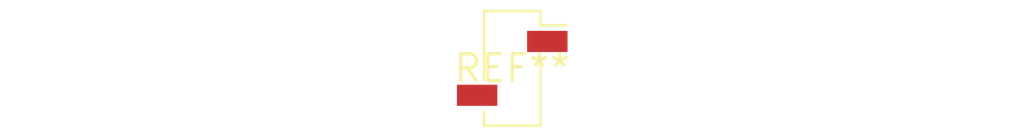
<source format=kicad_pcb>
(kicad_pcb (version 20240108) (generator pcbnew)
  (layers (0 "F.Cu" signal) (31 "B.Cu" signal) (34 "B.Paste" user) (35 "F.Paste" user) (36 "B.SilkS" user "B.Silkscreen") (37 "F.SilkS" user "F.Silkscreen") (38 "B.Mask" user) (39 "F.Mask" user) (44 "Edge.Cuts" user))
  (net 0 "")
  (footprint "PinSocket_1x02_P2.54mm_Vertical_SMD_Pin1Right" (layer "F.Cu") (at 0 0)
    (property "Reference" "REF**")
    (property "Value" "PinSocket_1x02_P2.54mm_Vertical_SMD_Pin1Right")
    (fp_line (start -1.33 -2.7) (end -1.33 0.51) (layer "F.SilkS") (stroke (width 0.12)))
    (fp_line (start -1.33 -2.7) (end 1.33 -2.7) (layer "F.SilkS") (stroke (width 0.12)))
    (fp_line (start -1.33 2.03) (end -1.33 2.7) (layer "F.SilkS") (stroke (width 0.12)))
    (fp_line (start -1.33 2.7) (end 1.33 2.7) (layer "F.SilkS") (stroke (width 0.12)))
    (fp_line (start 1.33 -2.7) (end 1.33 -2.03) (layer "F.SilkS") (stroke (width 0.12)))
    (fp_line (start 1.33 -2.03) (end 2.54 -2.03) (layer "F.SilkS") (stroke (width 0.12)))
    (fp_line (start 1.33 -0.51) (end 1.33 2.7) (layer "F.SilkS") (stroke (width 0.12)))
    (pad "1" smd rect (at 1.65 -1.27) (size 1.9 1) (layers "F.Cu" "F.Paste" "F.Mask"))
    (pad "2" smd rect (at -1.65 1.27) (size 1.9 1) (layers "F.Cu" "F.Paste" "F.Mask"))
  )
)
</source>
